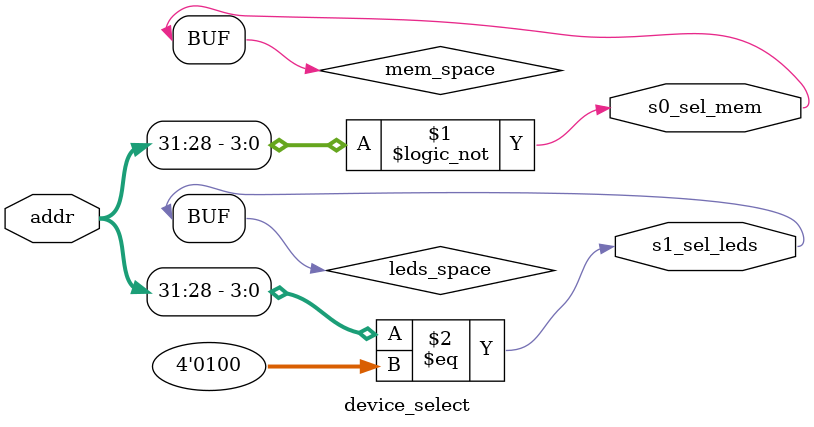
<source format=v>
module device_select (
    input [31:0] addr,
    output s0_sel_mem,
    output s1_sel_leds
    // output s2_sel,
    // output s3_sel,
    // output s4_sel,
    // output s5_sel,
    // output s6_sel,
    // output s7_sel,
    // output s8_sel
);


  wire mem_space = (addr[31:28] == 4'h0);
  wire leds_space = (addr[31:28] == 4'h4);

  assign s0_sel_mem  = mem_space;
  assign s1_sel_leds = leds_space;

endmodule

</source>
